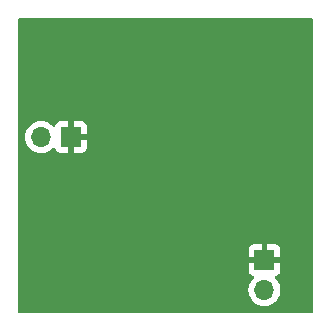
<source format=gbr>
%TF.GenerationSoftware,KiCad,Pcbnew,7.0.1*%
%TF.CreationDate,2023-08-30T09:29:49-04:00*%
%TF.ProjectId,TacTile-L1C,54616354-696c-4652-9d4c-31432e6b6963,rev?*%
%TF.SameCoordinates,Original*%
%TF.FileFunction,Copper,L2,Bot*%
%TF.FilePolarity,Positive*%
%FSLAX46Y46*%
G04 Gerber Fmt 4.6, Leading zero omitted, Abs format (unit mm)*
G04 Created by KiCad (PCBNEW 7.0.1) date 2023-08-30 09:29:49*
%MOMM*%
%LPD*%
G01*
G04 APERTURE LIST*
%TA.AperFunction,ComponentPad*%
%ADD10R,1.700000X1.700000*%
%TD*%
%TA.AperFunction,ComponentPad*%
%ADD11O,1.700000X1.700000*%
%TD*%
G04 APERTURE END LIST*
D10*
%TO.P,J2,1,Pin_1*%
%TO.N,/GND*%
X45875000Y-45500000D03*
D11*
%TO.P,J2,2,Pin_2*%
%TO.N,/VCC*%
X45875000Y-48040000D03*
%TD*%
D10*
%TO.P,J1,1,Pin_1*%
%TO.N,/GND*%
X29500000Y-35100000D03*
D11*
%TO.P,J1,2,Pin_2*%
%TO.N,/VCC*%
X26960000Y-35100000D03*
%TD*%
%TA.AperFunction,Conductor*%
%TO.N,/GND*%
G36*
X49937500Y-25017113D02*
G01*
X49982887Y-25062500D01*
X49999500Y-25124500D01*
X49999500Y-49875500D01*
X49982887Y-49937500D01*
X49937500Y-49982887D01*
X49875500Y-49999500D01*
X25124500Y-49999500D01*
X25062500Y-49982887D01*
X25017113Y-49937500D01*
X25000500Y-49875500D01*
X25000500Y-48040000D01*
X44519340Y-48040000D01*
X44539936Y-48275407D01*
X44584709Y-48442502D01*
X44601097Y-48503663D01*
X44700965Y-48717830D01*
X44836505Y-48911401D01*
X45003599Y-49078495D01*
X45197170Y-49214035D01*
X45411337Y-49313903D01*
X45639592Y-49375063D01*
X45875000Y-49395659D01*
X46110408Y-49375063D01*
X46338663Y-49313903D01*
X46552830Y-49214035D01*
X46746401Y-49078495D01*
X46913495Y-48911401D01*
X47049035Y-48717830D01*
X47148903Y-48503663D01*
X47210063Y-48275408D01*
X47230659Y-48040000D01*
X47210063Y-47804592D01*
X47148903Y-47576337D01*
X47049035Y-47362171D01*
X46913495Y-47168599D01*
X46791181Y-47046285D01*
X46759885Y-46993539D01*
X46757696Y-46932246D01*
X46785149Y-46877401D01*
X46835528Y-46842422D01*
X46967089Y-46793352D01*
X47082188Y-46707188D01*
X47168352Y-46592089D01*
X47218597Y-46457375D01*
X47225000Y-46397824D01*
X47225000Y-45750000D01*
X44525000Y-45750000D01*
X44525000Y-46397824D01*
X44531402Y-46457375D01*
X44581647Y-46592089D01*
X44667811Y-46707188D01*
X44782911Y-46793352D01*
X44914471Y-46842422D01*
X44964850Y-46877401D01*
X44992303Y-46932246D01*
X44990114Y-46993539D01*
X44958819Y-47046285D01*
X44836503Y-47168601D01*
X44700965Y-47362170D01*
X44601097Y-47576336D01*
X44539936Y-47804592D01*
X44519340Y-48040000D01*
X25000500Y-48040000D01*
X25000500Y-45250000D01*
X44525000Y-45250000D01*
X45625000Y-45250000D01*
X45625000Y-44150000D01*
X46125000Y-44150000D01*
X46125000Y-45250000D01*
X47225000Y-45250000D01*
X47225000Y-44602176D01*
X47218597Y-44542624D01*
X47168352Y-44407910D01*
X47082188Y-44292811D01*
X46967089Y-44206647D01*
X46832375Y-44156402D01*
X46772824Y-44150000D01*
X46125000Y-44150000D01*
X45625000Y-44150000D01*
X44977176Y-44150000D01*
X44917624Y-44156402D01*
X44782910Y-44206647D01*
X44667811Y-44292811D01*
X44581647Y-44407910D01*
X44531402Y-44542624D01*
X44525000Y-44602176D01*
X44525000Y-45250000D01*
X25000500Y-45250000D01*
X25000500Y-35100000D01*
X25604340Y-35100000D01*
X25624936Y-35335407D01*
X25669709Y-35502502D01*
X25686097Y-35563663D01*
X25785965Y-35777830D01*
X25921505Y-35971401D01*
X26088599Y-36138495D01*
X26282170Y-36274035D01*
X26496337Y-36373903D01*
X26724592Y-36435063D01*
X26960000Y-36455659D01*
X27195408Y-36435063D01*
X27423663Y-36373903D01*
X27637830Y-36274035D01*
X27831401Y-36138495D01*
X27953717Y-36016178D01*
X28006460Y-35984885D01*
X28067752Y-35982696D01*
X28122597Y-36010149D01*
X28157577Y-36060528D01*
X28206647Y-36192088D01*
X28292811Y-36307188D01*
X28407910Y-36393352D01*
X28542624Y-36443597D01*
X28602176Y-36450000D01*
X29250000Y-36450000D01*
X29250000Y-35350000D01*
X29750000Y-35350000D01*
X29750000Y-36450000D01*
X30397824Y-36450000D01*
X30457375Y-36443597D01*
X30592089Y-36393352D01*
X30707188Y-36307188D01*
X30793352Y-36192089D01*
X30843597Y-36057375D01*
X30850000Y-35997824D01*
X30850000Y-35350000D01*
X29750000Y-35350000D01*
X29250000Y-35350000D01*
X29250000Y-33750000D01*
X29750000Y-33750000D01*
X29750000Y-34850000D01*
X30850000Y-34850000D01*
X30850000Y-34202176D01*
X30843597Y-34142624D01*
X30793352Y-34007910D01*
X30707188Y-33892811D01*
X30592089Y-33806647D01*
X30457375Y-33756402D01*
X30397824Y-33750000D01*
X29750000Y-33750000D01*
X29250000Y-33750000D01*
X28602176Y-33750000D01*
X28542624Y-33756402D01*
X28407910Y-33806647D01*
X28292811Y-33892811D01*
X28206646Y-34007913D01*
X28157576Y-34139472D01*
X28122597Y-34189850D01*
X28067753Y-34217303D01*
X28006460Y-34215114D01*
X27953714Y-34183818D01*
X27831404Y-34061508D01*
X27831401Y-34061505D01*
X27637830Y-33925965D01*
X27423663Y-33826097D01*
X27351074Y-33806647D01*
X27195407Y-33764936D01*
X26960000Y-33744340D01*
X26724592Y-33764936D01*
X26496336Y-33826097D01*
X26282170Y-33925965D01*
X26088598Y-34061505D01*
X25921505Y-34228598D01*
X25785965Y-34422170D01*
X25686097Y-34636336D01*
X25624936Y-34864592D01*
X25604340Y-35100000D01*
X25000500Y-35100000D01*
X25000500Y-25124500D01*
X25017113Y-25062500D01*
X25062500Y-25017113D01*
X25124500Y-25000500D01*
X49875500Y-25000500D01*
X49937500Y-25017113D01*
G37*
%TD.AperFunction*%
%TD*%
M02*

</source>
